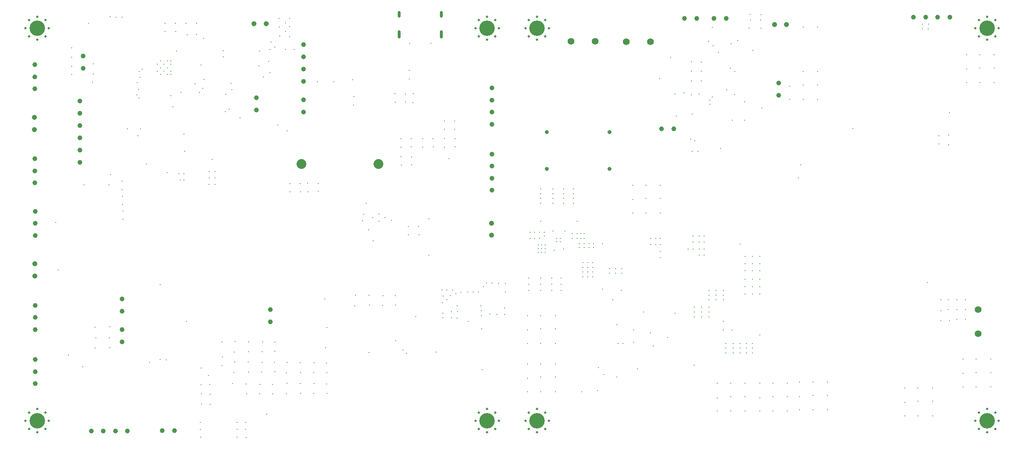
<source format=gbr>
%TF.GenerationSoftware,KiCad,Pcbnew,9.0.6*%
%TF.CreationDate,2026-02-17T13:32:23+03:00*%
%TF.ProjectId,AWS PROJECT,41575320-5052-44f4-9a45-43542e6b6963,rev?*%
%TF.SameCoordinates,Original*%
%TF.FileFunction,Plated,1,2,PTH,Mixed*%
%TF.FilePolarity,Positive*%
%FSLAX46Y46*%
G04 Gerber Fmt 4.6, Leading zero omitted, Abs format (unit mm)*
G04 Created by KiCad (PCBNEW 9.0.6) date 2026-02-17 13:32:23*
%MOMM*%
%LPD*%
G01*
G04 APERTURE LIST*
%TA.AperFunction,ComponentDrill*%
%ADD10C,0.200000*%
%TD*%
%TA.AperFunction,ViaDrill*%
%ADD11C,0.300000*%
%TD*%
%TA.AperFunction,ComponentDrill*%
%ADD12C,0.500000*%
%TD*%
G04 aperture for slot hole*
%TA.AperFunction,ComponentDrill*%
%ADD13C,0.600000*%
%TD*%
%TA.AperFunction,ComponentDrill*%
%ADD14C,0.800000*%
%TD*%
%TA.AperFunction,ComponentDrill*%
%ADD15C,1.000000*%
%TD*%
%TA.AperFunction,ComponentDrill*%
%ADD16C,1.050000*%
%TD*%
%TA.AperFunction,ComponentDrill*%
%ADD17C,1.400000*%
%TD*%
%TA.AperFunction,ComponentDrill*%
%ADD18C,2.030000*%
%TD*%
%TA.AperFunction,ComponentDrill*%
%ADD19C,3.200000*%
%TD*%
G04 APERTURE END LIST*
D10*
%TO.C,U4*%
X65470000Y-49730000D03*
X65470000Y-51130000D03*
X66170000Y-49030000D03*
X66170000Y-50430000D03*
X66170000Y-51830000D03*
X66870000Y-49730000D03*
X66870000Y-51130000D03*
X67570000Y-49030000D03*
X67570000Y-50430000D03*
X67570000Y-51830000D03*
X68270000Y-49730000D03*
X68270000Y-51130000D03*
%TO.C,U3*%
X109995000Y-81435000D03*
X111270000Y-80660000D03*
X111270000Y-82210000D03*
X112545000Y-81435000D03*
%TO.C,U15*%
X148025000Y-85750000D03*
X148025000Y-86450000D03*
X148825000Y-85750000D03*
X148825000Y-86450000D03*
%TD*%
D11*
X44525000Y-82457500D03*
X45030000Y-92312500D03*
X47150000Y-109940000D03*
X47790000Y-46290000D03*
X47790000Y-48270000D03*
X47830000Y-50140000D03*
X47830000Y-51830000D03*
X50060000Y-112380000D03*
X50310000Y-74710000D03*
X51250000Y-41260000D03*
X52140000Y-53430000D03*
X52250000Y-49600000D03*
X52250000Y-51737606D03*
X52640000Y-104180000D03*
X52640000Y-108500000D03*
X52810000Y-106320000D03*
X55470000Y-74660000D03*
X55590000Y-106360000D03*
X55660000Y-104090000D03*
X55660000Y-108410000D03*
X55750000Y-39910000D03*
X55860000Y-72560000D03*
X56910000Y-39930000D03*
X58220000Y-39930000D03*
X58230000Y-73940000D03*
X58250000Y-75670000D03*
X58300000Y-77040000D03*
X58320000Y-78770000D03*
X58360000Y-80090000D03*
X58380000Y-81820000D03*
X59330000Y-63110000D03*
X61267332Y-56052100D03*
X61320000Y-53530000D03*
X61540000Y-64540000D03*
X61610000Y-54910000D03*
X61640000Y-56760000D03*
X61744342Y-51250000D03*
X61960000Y-52450000D03*
X62060000Y-63090000D03*
X62340000Y-50690000D03*
X63190000Y-70400000D03*
X63920000Y-111460000D03*
X66090000Y-95310000D03*
X66090000Y-110870000D03*
X67070000Y-41230000D03*
X67090000Y-42960000D03*
X67330000Y-110900000D03*
X67500000Y-72150000D03*
X68270000Y-49030000D03*
X68270000Y-51830000D03*
X68320000Y-56220000D03*
X68750000Y-58480000D03*
X69230000Y-41260000D03*
X69260000Y-42920000D03*
X69430000Y-46970000D03*
X70000000Y-72400000D03*
X70250000Y-73650000D03*
X70390000Y-55520000D03*
X70970000Y-64170000D03*
X71000000Y-72400000D03*
X71000000Y-73650000D03*
X71180000Y-67760000D03*
X71440000Y-41230000D03*
X71490000Y-103000000D03*
X71680000Y-43580000D03*
X73240000Y-53790000D03*
X73600000Y-41260000D03*
X73600000Y-43490000D03*
X74230000Y-55550000D03*
X74400000Y-123840000D03*
X74420000Y-125350000D03*
X74480000Y-126880000D03*
X74550000Y-116050000D03*
X74570000Y-49830000D03*
X74590000Y-112640000D03*
X74630000Y-117930000D03*
X74630000Y-120100000D03*
X74851798Y-54690000D03*
X75080000Y-44380000D03*
X75180000Y-52830000D03*
X76080000Y-114150000D03*
X76190000Y-74560000D03*
X76210000Y-71910000D03*
X76260000Y-73230000D03*
X76340000Y-116030000D03*
X76380000Y-118030000D03*
X76380000Y-120130000D03*
X76825000Y-69465000D03*
X77390000Y-74600000D03*
X77430000Y-73260000D03*
X77440000Y-71910000D03*
X78880000Y-107180000D03*
X78910000Y-112140000D03*
X78990000Y-110330000D03*
X79090000Y-48220000D03*
X79160000Y-46920000D03*
X79580000Y-59510000D03*
X79640000Y-55910000D03*
X80300000Y-59010000D03*
X80750000Y-53650000D03*
X80890000Y-54920000D03*
X81070000Y-115850000D03*
X81340000Y-113510000D03*
X81390000Y-109290000D03*
X81510000Y-111330000D03*
X81560000Y-107110000D03*
X81970000Y-126940000D03*
X82010000Y-125350000D03*
X82040000Y-123860000D03*
X82600000Y-60760000D03*
X83700000Y-125350000D03*
X83760000Y-123840000D03*
X83830000Y-127010000D03*
X83850000Y-115890000D03*
X83920000Y-117940000D03*
X84290000Y-111370000D03*
X84340000Y-107150000D03*
X84360000Y-113420000D03*
X84410000Y-109200000D03*
X86510000Y-50030000D03*
X86630000Y-47030000D03*
X86640000Y-117960000D03*
X86720000Y-115960000D03*
X87080000Y-113440000D03*
X87130000Y-109220000D03*
X87160000Y-111440000D03*
X87210000Y-107220000D03*
X87450000Y-52330000D03*
X88090000Y-122160000D03*
X88550000Y-49090000D03*
X88750000Y-46650000D03*
X88810000Y-51515000D03*
X89000000Y-45150000D03*
X89270000Y-115980000D03*
X89330000Y-117920000D03*
X89710000Y-111460000D03*
X89750000Y-46150000D03*
X89760000Y-107240000D03*
X89770000Y-113400000D03*
X89820000Y-109180000D03*
X90410000Y-62360000D03*
X90670000Y-40230000D03*
X90690000Y-41960000D03*
X90764604Y-43834641D03*
X92000000Y-41150000D03*
X92000000Y-42900000D03*
X92000000Y-46650000D03*
X92120000Y-113610000D03*
X92120000Y-117930000D03*
X92290000Y-111430000D03*
X92290000Y-115750000D03*
X92300000Y-63540000D03*
X92830000Y-40260000D03*
X92860000Y-41920000D03*
X92860000Y-44010000D03*
X92900000Y-74420000D03*
X92920000Y-76150000D03*
X93750000Y-46650000D03*
X95060000Y-74450000D03*
X95070000Y-111470000D03*
X95070000Y-115790000D03*
X95090000Y-76110000D03*
X95140000Y-113520000D03*
X95140000Y-117840000D03*
X96590000Y-74380000D03*
X96610000Y-76110000D03*
X97860000Y-113540000D03*
X97860000Y-117860000D03*
X97940000Y-111540000D03*
X97940000Y-115860000D03*
X98620000Y-53310000D03*
X98750000Y-74410000D03*
X98780000Y-76070000D03*
X100130000Y-98280000D03*
X100300000Y-108340000D03*
X100490000Y-111560000D03*
X100490000Y-115880000D03*
X100530000Y-104240000D03*
X100550000Y-113500000D03*
X100550000Y-117820000D03*
X101990000Y-53360000D03*
X105870000Y-52910000D03*
X106020000Y-58150000D03*
X106170000Y-56410000D03*
X106300000Y-99700000D03*
X106470000Y-97520000D03*
X107940000Y-82090000D03*
X108170000Y-80750000D03*
X108680000Y-78480000D03*
X109170000Y-84010000D03*
X109250000Y-97560000D03*
X109250000Y-109400000D03*
X109320000Y-99610000D03*
X110110000Y-86250000D03*
X112040000Y-99630000D03*
X112120000Y-97630000D03*
X113950000Y-82020000D03*
X114630000Y-55840000D03*
X114650000Y-57570000D03*
X114670000Y-97650000D03*
X114730000Y-99590000D03*
X114750000Y-106900000D03*
X115830000Y-65120000D03*
X115850000Y-66850000D03*
X115900000Y-68870000D03*
X115920000Y-70600000D03*
X116250000Y-108900000D03*
X116790000Y-55870000D03*
X116820000Y-57530000D03*
X117000000Y-109550000D03*
X117370000Y-83320000D03*
X117390000Y-85050000D03*
X117540000Y-51000000D03*
X117560000Y-52730000D03*
X117680000Y-45410000D03*
X117990000Y-65150000D03*
X118020000Y-66810000D03*
X118060000Y-68900000D03*
X118090000Y-70560000D03*
X118360000Y-57630000D03*
X118390000Y-55840000D03*
X118900000Y-101930000D03*
X119530000Y-83350000D03*
X119560000Y-85010000D03*
X120330000Y-65120000D03*
X120350000Y-66850000D03*
X121640000Y-89270000D03*
X121660000Y-81720000D03*
X122090000Y-45420000D03*
X122490000Y-65150000D03*
X122520000Y-66810000D03*
X123140000Y-109290000D03*
X124300000Y-96440000D03*
X124430000Y-99040000D03*
X124540000Y-101260000D03*
X124540000Y-102190000D03*
X124590000Y-97670000D03*
X124800000Y-61460000D03*
X124820000Y-63190000D03*
X124860000Y-65120000D03*
X124880000Y-66850000D03*
X125350000Y-96430000D03*
X125390000Y-98490000D03*
X125810000Y-69260000D03*
X126000000Y-97640000D03*
X126260000Y-102160000D03*
X126270000Y-100920000D03*
X126570000Y-96440000D03*
X126960000Y-61490000D03*
X126990000Y-63150000D03*
X127020000Y-65150000D03*
X127050000Y-66810000D03*
X127240000Y-97200000D03*
X127460000Y-99730000D03*
X127460000Y-102280000D03*
X127530000Y-100900000D03*
X128270000Y-96980000D03*
X129670000Y-96850000D03*
X129780000Y-102940000D03*
X130760000Y-96830000D03*
X131900000Y-96890000D03*
X132360000Y-99720000D03*
X132460000Y-100720000D03*
X132470000Y-101780000D03*
X132579999Y-104450002D03*
X132620000Y-112960000D03*
X132850000Y-95760000D03*
X133540000Y-94980000D03*
X134200000Y-101450000D03*
X134660000Y-95030000D03*
X135680000Y-101490000D03*
X136030000Y-95050000D03*
X137280000Y-100200000D03*
X137280000Y-101560000D03*
X137440000Y-95120000D03*
X137490000Y-96880000D03*
X142000000Y-101750000D03*
X142000000Y-104750000D03*
X142000000Y-107500000D03*
X142000000Y-111750000D03*
X142000000Y-114750000D03*
X142000000Y-117500000D03*
X142250000Y-94000000D03*
X142250000Y-95250000D03*
X142250000Y-96500000D03*
X142500000Y-84500000D03*
X142500000Y-85750000D03*
X143500000Y-84500000D03*
X143500000Y-85750000D03*
X144200000Y-87140000D03*
X144200000Y-87890000D03*
X144200000Y-88640000D03*
X144500000Y-84500000D03*
X144500000Y-85750000D03*
X144750000Y-75500000D03*
X144750000Y-76500000D03*
X144750000Y-77500000D03*
X144750000Y-78500000D03*
X144750000Y-82250000D03*
X144750000Y-94000000D03*
X144750000Y-95250000D03*
X144750000Y-96500000D03*
X144750000Y-101750000D03*
X144750000Y-104500000D03*
X144750000Y-107500000D03*
X144750000Y-111750000D03*
X144750000Y-114500000D03*
X144750000Y-117500000D03*
X144950000Y-87140000D03*
X144950000Y-87890000D03*
X144950000Y-88640000D03*
X145500000Y-84500000D03*
X145500000Y-85250000D03*
X145700000Y-87140000D03*
X145700000Y-87890000D03*
X145700000Y-88640000D03*
X147000000Y-94000000D03*
X147000000Y-95250000D03*
X147000000Y-96500000D03*
X147250000Y-75500000D03*
X147250000Y-76500000D03*
X147250000Y-77500000D03*
X147250000Y-78500000D03*
X147250000Y-84250000D03*
X147500000Y-88250000D03*
X147750000Y-101750000D03*
X147750000Y-104500000D03*
X147750000Y-107500000D03*
X147750000Y-111750000D03*
X147750000Y-114500000D03*
X147750000Y-117500000D03*
X149000000Y-94000000D03*
X149000000Y-95250000D03*
X149000000Y-96500000D03*
X149500000Y-75500000D03*
X149500000Y-76500000D03*
X149500000Y-77500000D03*
X149500000Y-78500000D03*
X149500000Y-88000000D03*
X149750000Y-84250000D03*
X151250000Y-84750000D03*
X151250000Y-85750000D03*
X151500000Y-75500000D03*
X151500000Y-76500000D03*
X151500000Y-77500000D03*
X151500000Y-78500000D03*
X152250000Y-82250000D03*
X152250000Y-84750000D03*
X152250000Y-85750000D03*
X152700000Y-86890000D03*
X152700000Y-87640000D03*
X153000000Y-84750000D03*
X153000000Y-85750000D03*
X153237500Y-117500000D03*
X153500000Y-90750000D03*
X153500000Y-91750000D03*
X153500000Y-92750000D03*
X153500000Y-93750000D03*
X153700000Y-86890000D03*
X153700000Y-87640000D03*
X153750000Y-84750000D03*
X153750000Y-85750000D03*
X154500000Y-90750000D03*
X154500000Y-91750000D03*
X154500000Y-92750000D03*
X154500000Y-93750000D03*
X154700000Y-86890000D03*
X154700000Y-87640000D03*
X155500000Y-90750000D03*
X155500000Y-91750000D03*
X155500000Y-92750000D03*
X155500000Y-93750000D03*
X155700000Y-86890000D03*
X155700000Y-87640000D03*
X156500000Y-117250000D03*
X156637500Y-112500000D03*
X157495210Y-96306666D03*
X157515210Y-86896666D03*
X157750000Y-114000000D03*
X159000000Y-92000000D03*
X159000000Y-93000000D03*
X159637500Y-98500000D03*
X160250000Y-92000000D03*
X160250000Y-93000000D03*
X160462500Y-103637500D03*
X160500000Y-114500000D03*
X160750000Y-107500000D03*
X161387500Y-96490000D03*
X161500000Y-92000000D03*
X161500000Y-93000000D03*
X161750000Y-107500000D03*
X163750000Y-74750000D03*
X163750000Y-77750000D03*
X163750000Y-80500000D03*
X164000000Y-104750000D03*
X164000000Y-107250000D03*
X164750000Y-112750000D03*
X166000000Y-101000000D03*
X166500000Y-74750000D03*
X166500000Y-77500000D03*
X166500000Y-80500000D03*
X167387500Y-105315000D03*
X167500000Y-85750000D03*
X167500000Y-87000000D03*
X168000000Y-108000000D03*
X168500000Y-85750000D03*
X168500000Y-87000000D03*
X169285210Y-52656666D03*
X169500000Y-74750000D03*
X169500000Y-77500000D03*
X169500000Y-80500000D03*
X169500000Y-85750000D03*
X169500000Y-87000000D03*
X169500000Y-88500000D03*
X169500000Y-89750000D03*
X171000000Y-106250000D03*
X171615210Y-48276666D03*
X172495210Y-55906666D03*
X172500000Y-101250000D03*
X172795210Y-60476666D03*
X174355210Y-55656666D03*
X175250000Y-88000000D03*
X175735210Y-65236666D03*
X175865210Y-56036666D03*
X175897710Y-49214166D03*
X175915210Y-51116666D03*
X175925210Y-53156666D03*
X176065210Y-59996666D03*
X176065210Y-67736666D03*
X176250000Y-85250000D03*
X176250000Y-86500000D03*
X176250000Y-88000000D03*
X176500000Y-100000000D03*
X176500000Y-101000000D03*
X176500000Y-102000000D03*
X176500000Y-112000000D03*
X176605210Y-65496666D03*
X177215210Y-67736666D03*
X177485210Y-55846666D03*
X177500000Y-85250000D03*
X177500000Y-86500000D03*
X177500000Y-88000000D03*
X177500000Y-89250000D03*
X177905210Y-49256666D03*
X177922710Y-51159166D03*
X177932710Y-53199166D03*
X178000000Y-100000000D03*
X178000000Y-101000000D03*
X178000000Y-102000000D03*
X178500000Y-85250000D03*
X178500000Y-86500000D03*
X178500000Y-88000000D03*
X178500000Y-89250000D03*
X179415210Y-44946666D03*
X179500000Y-96500000D03*
X179500000Y-97500000D03*
X179500000Y-98500000D03*
X179500000Y-100000000D03*
X179500000Y-101000000D03*
X179500000Y-102000000D03*
X179725210Y-57996666D03*
X179745210Y-57136666D03*
X180195210Y-56456666D03*
X180205210Y-42076666D03*
X180393528Y-45909591D03*
X181000000Y-96500000D03*
X181000000Y-97500000D03*
X181000000Y-98500000D03*
X181250000Y-115750000D03*
X181250000Y-118750000D03*
X181250000Y-121500000D03*
X181495210Y-47276666D03*
X181935210Y-67136666D03*
X182500000Y-96500000D03*
X182500000Y-97500000D03*
X182500000Y-98500000D03*
X182500000Y-103000000D03*
X182500000Y-104750000D03*
X183000000Y-107500000D03*
X183000000Y-108500000D03*
X183000000Y-109500000D03*
X183205210Y-55006666D03*
X183925210Y-50556666D03*
X184000000Y-115750000D03*
X184000000Y-118500000D03*
X184000000Y-121500000D03*
X184085210Y-45486666D03*
X184250000Y-104750000D03*
X184355210Y-61326666D03*
X184500000Y-107500000D03*
X184500000Y-108500000D03*
X184500000Y-109500000D03*
X184750000Y-56000000D03*
X184875210Y-51266666D03*
X185475210Y-44806666D03*
X185983750Y-86983750D03*
X186000000Y-107500000D03*
X186000000Y-108500000D03*
X186000000Y-109500000D03*
X186865210Y-61276666D03*
X186925210Y-57476666D03*
X187000000Y-89500000D03*
X187000000Y-91000000D03*
X187000000Y-92500000D03*
X187000000Y-94250000D03*
X187000000Y-95750000D03*
X187000000Y-97250000D03*
X187000000Y-115750000D03*
X187000000Y-118500000D03*
X187000000Y-121500000D03*
X187250000Y-107500000D03*
X187250000Y-108500000D03*
X187250000Y-109500000D03*
X187845210Y-42246666D03*
X187975210Y-39336666D03*
X188085210Y-40516666D03*
X188500000Y-89500000D03*
X188500000Y-91000000D03*
X188500000Y-92500000D03*
X188500000Y-94250000D03*
X188500000Y-95750000D03*
X188500000Y-97250000D03*
X188500000Y-107500000D03*
X188500000Y-108500000D03*
X188500000Y-109500000D03*
X188625210Y-46806666D03*
X190000000Y-89500000D03*
X190000000Y-91000000D03*
X190000000Y-92500000D03*
X190000000Y-94250000D03*
X190000000Y-95750000D03*
X190000000Y-97250000D03*
X190000000Y-105750000D03*
X190000000Y-115750000D03*
X190000000Y-118750000D03*
X190000000Y-121500000D03*
X190195210Y-40516666D03*
X190305210Y-39436666D03*
X190305210Y-42246666D03*
X190500000Y-58750000D03*
X192750000Y-115750000D03*
X192750000Y-118500000D03*
X192750000Y-121500000D03*
X195750000Y-115750000D03*
X195750000Y-118500000D03*
X195750000Y-121500000D03*
X196250000Y-54250000D03*
X196250000Y-57000000D03*
X198000000Y-73250000D03*
X198250000Y-115500000D03*
X198250000Y-118500000D03*
X198250000Y-121250000D03*
X198500000Y-70500000D03*
X199000000Y-42000000D03*
X199000000Y-51250000D03*
X199000000Y-54000000D03*
X199000000Y-57000000D03*
X201000000Y-115500000D03*
X201000000Y-118250000D03*
X201000000Y-121250000D03*
X202000000Y-42000000D03*
X202000000Y-51250000D03*
X202000000Y-54000000D03*
X202000000Y-57000000D03*
X204000000Y-115500000D03*
X204000000Y-118250000D03*
X204000000Y-121250000D03*
X209265210Y-62976666D03*
X220000000Y-116750000D03*
X220000000Y-119750000D03*
X220000000Y-122500000D03*
X222750000Y-116750000D03*
X222750000Y-119500000D03*
X222750000Y-122500000D03*
X223615210Y-41426666D03*
X223625210Y-42356666D03*
X224655210Y-94956666D03*
X224835210Y-42386666D03*
X224955210Y-41396666D03*
X225750000Y-116750000D03*
X225750000Y-119500000D03*
X225750000Y-122500000D03*
X227000000Y-64500000D03*
X227000000Y-66250000D03*
X227500000Y-98500000D03*
X227500000Y-100750000D03*
X227500000Y-102750000D03*
X229000000Y-98500000D03*
X229000000Y-100500000D03*
X229035210Y-64336666D03*
X229095210Y-66406666D03*
X229195210Y-59706666D03*
X229250000Y-102750000D03*
X230750000Y-98500000D03*
X230750000Y-100500000D03*
X230750000Y-102500000D03*
X232000000Y-110750000D03*
X232000000Y-113750000D03*
X232000000Y-116500000D03*
X232500000Y-98500000D03*
X232500000Y-100500000D03*
X232500000Y-102500000D03*
X232750000Y-47750000D03*
X232750000Y-50750000D03*
X232750000Y-53500000D03*
X234750000Y-110750000D03*
X234750000Y-113500000D03*
X234750000Y-116500000D03*
X235500000Y-47750000D03*
X235500000Y-50500000D03*
X235500000Y-53500000D03*
X237750000Y-110750000D03*
X237750000Y-113500000D03*
X237750000Y-116500000D03*
X238500000Y-47750000D03*
X238500000Y-50500000D03*
X238500000Y-53500000D03*
D12*
%TO.C,REF\u002A\u002A*%
X38270000Y-42250000D03*
X38270000Y-123500000D03*
X38972944Y-40552944D03*
X38972944Y-43947056D03*
X38972944Y-121802944D03*
X38972944Y-125197056D03*
X40670000Y-39850000D03*
X40670000Y-44650000D03*
X40670000Y-121100000D03*
X40670000Y-125900000D03*
X42367056Y-40552944D03*
X42367056Y-43947056D03*
X42367056Y-121802944D03*
X42367056Y-125197056D03*
X43070000Y-42250000D03*
X43070000Y-123500000D03*
X131270000Y-42250000D03*
X131270000Y-123500000D03*
X131972944Y-40552944D03*
X131972944Y-43947056D03*
X131972944Y-121802944D03*
X131972944Y-125197056D03*
X133670000Y-39850000D03*
X133670000Y-44650000D03*
X133670000Y-121100000D03*
X133670000Y-125900000D03*
X135367056Y-40552944D03*
X135367056Y-43947056D03*
X135367056Y-121802944D03*
X135367056Y-125197056D03*
X136070000Y-42250000D03*
X136070000Y-123500000D03*
X141600000Y-42250000D03*
X141600000Y-123500000D03*
X142302944Y-40552944D03*
X142302944Y-43947056D03*
X142302944Y-121802944D03*
X142302944Y-125197056D03*
X144000000Y-39850000D03*
X144000000Y-44650000D03*
X144000000Y-121100000D03*
X144000000Y-125900000D03*
X145697056Y-40552944D03*
X145697056Y-43947056D03*
X145697056Y-121802944D03*
X145697056Y-125197056D03*
X146400000Y-42250000D03*
X146400000Y-123500000D03*
X234600000Y-42250000D03*
X234600000Y-123500000D03*
X235302944Y-40552944D03*
X235302944Y-43947056D03*
X235302944Y-121802944D03*
X235302944Y-125197056D03*
X237000000Y-39850000D03*
X237000000Y-44650000D03*
X237000000Y-121100000D03*
X237000000Y-125900000D03*
X238697056Y-40552944D03*
X238697056Y-43947056D03*
X238697056Y-121802944D03*
X238697056Y-125197056D03*
X239400000Y-42250000D03*
X239400000Y-123500000D03*
D13*
%TO.C,J24*%
X115475000Y-38927500D02*
X115475000Y-39727500D01*
X115475000Y-42947500D02*
X115475000Y-44047500D01*
X124125000Y-38927500D02*
X124125000Y-39727500D01*
X124125000Y-42947500D02*
X124125000Y-44047500D01*
D14*
%TO.C,SW1*%
X145987500Y-63732500D03*
X145987500Y-71352500D03*
%TO.C,SW2*%
X158987500Y-63732500D03*
X158987500Y-71352500D03*
D15*
%TO.C,J19*%
X40145000Y-49817500D03*
X40145000Y-52317500D03*
X40145000Y-54817500D03*
%TO.C,J20*%
X40200000Y-69270000D03*
X40200000Y-71770000D03*
X40200000Y-74270000D03*
%TO.C,J12*%
X40250000Y-80170000D03*
X40250000Y-82670000D03*
X40250000Y-85170000D03*
%TO.C,J22*%
X40260000Y-110840000D03*
X40260000Y-113340000D03*
X40260000Y-115840000D03*
%TO.C,J18*%
X40265000Y-99632500D03*
X40265000Y-102132500D03*
X40265000Y-104632500D03*
%TO.C,J6*%
X49510000Y-57350000D03*
X49510000Y-59890000D03*
X49510000Y-62430000D03*
X49510000Y-64970000D03*
X49510000Y-67510000D03*
X49510000Y-70050000D03*
%TO.C,J1*%
X50170000Y-48045000D03*
X50170000Y-50585000D03*
%TO.C,J15*%
X51847500Y-125685000D03*
X54347500Y-125685000D03*
X56847500Y-125685000D03*
%TO.C,J9*%
X58230000Y-98305000D03*
X58230000Y-100845000D03*
%TO.C,J10*%
X58240000Y-104685000D03*
X58240000Y-107225000D03*
%TO.C,J15*%
X59347500Y-125685000D03*
%TO.C,J8*%
X66530000Y-125590000D03*
X69070000Y-125590000D03*
%TO.C,J4*%
X85940000Y-56650000D03*
X85940000Y-59190000D03*
%TO.C,J3*%
X88820000Y-100510000D03*
X88820000Y-103050000D03*
%TO.C,J5*%
X95730000Y-45630000D03*
X95730000Y-48170000D03*
X95730000Y-50710000D03*
X95730000Y-53250000D03*
%TO.C,J2*%
X95730000Y-57095000D03*
X95730000Y-59635000D03*
%TO.C,J17*%
X134680000Y-54630000D03*
X134680000Y-57130000D03*
X134680000Y-59630000D03*
X134680000Y-62130000D03*
%TO.C,J11*%
X134695000Y-68312500D03*
X134695000Y-70812500D03*
X134695000Y-73312500D03*
X134695000Y-75812500D03*
%TO.C,J29*%
X169700210Y-63046666D03*
X172240210Y-63046666D03*
%TO.C,J31*%
X174480210Y-40236666D03*
X177020210Y-40236666D03*
%TO.C,J32*%
X180590210Y-40236666D03*
X183130210Y-40236666D03*
%TO.C,J30*%
X193935210Y-53596666D03*
X193935210Y-56136666D03*
%TO.C,J28*%
X221795210Y-39936666D03*
X224295210Y-39936666D03*
X226795210Y-39936666D03*
X229295210Y-39936666D03*
D16*
%TO.C,J14*%
X40125000Y-60722500D03*
X40125000Y-63222500D03*
%TO.C,J13*%
X40140000Y-91040000D03*
X40140000Y-93540000D03*
%TO.C,J21*%
X85510000Y-41301500D03*
X88010000Y-41301500D03*
%TO.C,J23*%
X134620000Y-82610000D03*
X134620000Y-85110000D03*
%TO.C,J33*%
X193057710Y-41471666D03*
X195557710Y-41471666D03*
D17*
%TO.C,J25*%
X150975210Y-44954166D03*
X155975210Y-44954166D03*
%TO.C,J26*%
X162465210Y-45016666D03*
X167465210Y-45016666D03*
%TO.C,J27*%
X235132500Y-100500000D03*
X235132500Y-105500000D03*
D18*
%TO.C,BT1*%
X95295000Y-70340000D03*
X111195000Y-70340000D03*
D19*
%TO.C,REF\u002A\u002A*%
X40670000Y-42250000D03*
X40670000Y-123500000D03*
X133670000Y-42250000D03*
X133670000Y-123500000D03*
X144000000Y-42250000D03*
%TO.C,*%
X144000000Y-123500000D03*
%TO.C,REF\u002A\u002A*%
X144000000Y-123500000D03*
X237000000Y-42250000D03*
X237000000Y-123500000D03*
M02*

</source>
